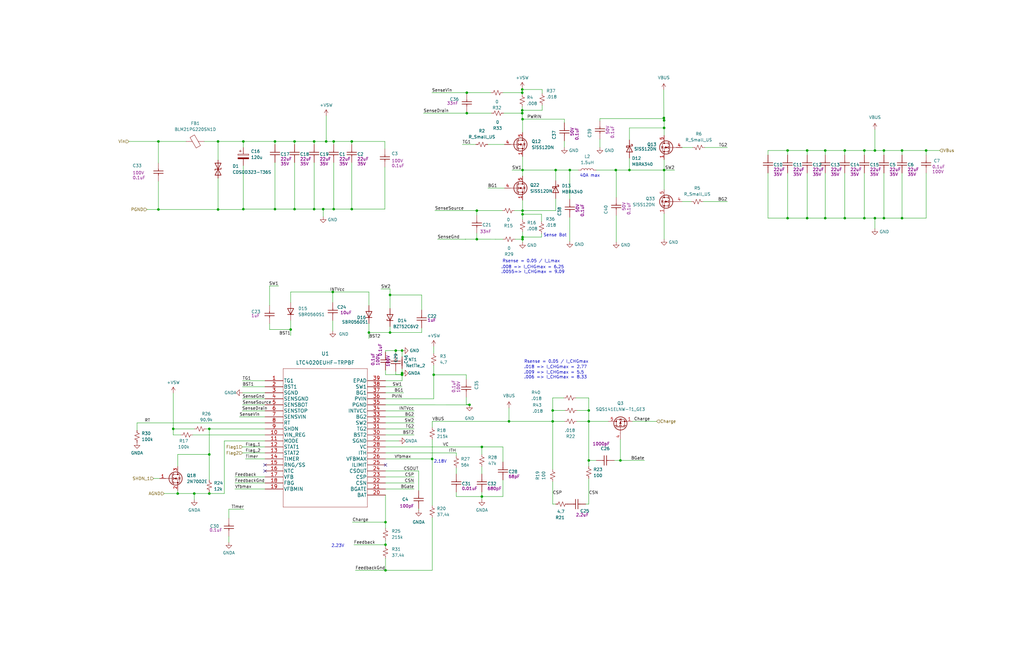
<source format=kicad_sch>
(kicad_sch (version 20230121) (generator eeschema)
  (paper "B")
  (title_block (title "Pass Through Charger") (date "2023-03-01") (rev "4") (company "SupplyNet") (comment 3 "R. Mercado") (comment 4 "Designed By:"))
  (junction (at 368.935 92.075))
  (junction (at 140.716 88.265))
  (junction (at 234.315 71.755))
  (junction (at 203.2 188.595))
  (junction (at 196.85 47.752))
  (junction (at 91.948 88.392))
  (junction (at 132.461 59.69))
  (junction (at 115.951 59.69))
  (junction (at 91.948 59.69))
  (junction (at 88.265 180.975))
  (junction (at 248.285 177.8))
  (junction (at 166.878 147.955))
  (junction (at 81.915 208.28))
  (junction (at 220.218 47.752))
  (junction (at 162.56 220.345))
  (junction (at 102.616 59.69))
  (junction (at 73.0367 180.975))
  (junction (at 203.2 209.55))
  (junction (at 169.545 158.115))
  (junction (at 220.218 39.116))
  (junction (at 347.98 92.075))
  (junction (at 169.545 157.48))
  (junction (at 115.951 88.265))
  (junction (at 220.345 100.965))
  (junction (at 220.218 37.7588))
  (junction (at 164.465 140.335))
  (junction (at 372.745 63.5))
  (junction (at 240.284 71.755))
  (junction (at 265.43 71.755))
  (junction (at 140.335 123.19))
  (junction (at 164.465 124.46))
  (junction (at 162.56 229.87))
  (junction (at 280.035 71.755))
  (junction (at 368.935 63.5))
  (junction (at 340.36 63.5))
  (junction (at 261.62 194.31))
  (junction (at 136.271 88.265))
  (junction (at 148.336 88.265))
  (junction (at 372.745 92.075))
  (junction (at 201.0737 88.9))
  (junction (at 356.235 63.5))
  (junction (at 364.49 63.5))
  (junction (at 88.265 191.77))
  (junction (at 220.345 71.755))
  (junction (at 197.9816 170.8265))
  (junction (at 155.575 140.335))
  (junction (at 102.616 88.265))
  (junction (at 162.56 240.665))
  (junction (at 66.802 59.69))
  (junction (at 280.035 50.8))
  (junction (at 124.206 88.265))
  (junction (at 132.461 88.265))
  (junction (at 182.88 158.1445))
  (junction (at 148.336 59.69))
  (junction (at 214.63 177.8))
  (junction (at 66.802 88.392))
  (junction (at 280.035 53.975))
  (junction (at 220.218 46.5612))
  (junction (at 364.49 92.075))
  (junction (at 182.245 193.675))
  (junction (at 248.285 194.31))
  (junction (at 169.545 147.955))
  (junction (at 233.045 173.228))
  (junction (at 380.365 92.075))
  (junction (at 390.525 63.5))
  (junction (at 74.93 208.28))
  (junction (at 347.98 63.5))
  (junction (at 124.206 59.69))
  (junction (at 122.555 139.065))
  (junction (at 332.105 92.075))
  (junction (at 259.6749 71.755))
  (junction (at 380.365 63.5))
  (junction (at 248.285 173.228))
  (junction (at 196.8464 39.116))
  (junction (at 140.716 59.69))
  (junction (at 233.045 177.8))
  (junction (at 88.265 208.28))
  (junction (at 201.0737 100.9587))
  (junction (at 332.105 63.5))
  (junction (at 356.235 92.075))
  (junction (at 279.959 49.784))
  (junction (at 137.541 59.69))
  (junction (at 340.36 92.075))
  (junction (at 169.545 158.0873))
  (junction (at 220.345 50.292))
  (junction (at 220.345 100.076))
  (junction (at 220.345 90.424))
  (junction (at 220.345 88.9))
  (no_connect (at 162.56 196.215))
  (no_connect (at 111.76 198.755))
  (no_connect (at 111.76 196.215))
  (wire (pts (xy 137.541 59.69) (xy 140.716 59.69)))
  (wire (pts (xy 174.625 203.835) (xy 162.56 203.835)))
  (wire (pts (xy 166.878 149.098) (xy 166.878 147.955)))
  (wire (pts (xy 291.465 85.09) (xy 287.655 85.09)))
  (wire (pts (xy 203.2 209.55) (xy 203.2 210.82)))
  (wire (pts (xy 340.36 92.075) (xy 347.98 92.075)))
  (wire (pts (xy 69.215 208.28) (xy 74.93 208.28)))
  (wire (pts (xy 332.105 63.5) (xy 340.36 63.5)))
  (wire (pts (xy 237.998 51.816) (xy 237.998 50.292)))
  (wire (pts (xy 168.275 186.055) (xy 162.56 186.055)))
  (wire (pts (xy 169.545 163.195) (xy 162.56 163.195)))
  (wire (pts (xy 174.625 206.375) (xy 162.56 206.375)))
  (wire (pts (xy 265.43 66.675) (xy 265.43 71.755)))
  (wire (pts (xy 169.545 147.955) (xy 169.545 150.495)))
  (wire (pts (xy 251.46 71.755) (xy 259.6749 71.755)))
  (wire (pts (xy 228.6 44.45) (xy 228.6 46.5612)))
  (wire (pts (xy 212.09 39.116) (xy 220.218 39.116)))
  (wire (pts (xy 368.935 92.075) (xy 368.935 96.52)))
  (wire (pts (xy 203.2 191.77) (xy 203.2 188.595)))
  (wire (pts (xy 169.545 157.48) (xy 169.545 158.0873)))
  (wire (pts (xy 54.356 59.69) (xy 66.802 59.69)))
  (wire (pts (xy 234.315 71.755) (xy 240.284 71.755)))
  (wire (pts (xy 169.545 158.115) (xy 169.545 160.655)))
  (wire (pts (xy 192.405 207.645) (xy 192.405 209.55)))
  (wire (pts (xy 102.235 191.135) (xy 111.76 191.135)))
  (wire (pts (xy 174.625 175.895) (xy 162.56 175.895)))
  (wire (pts (xy 102.616 69.85) (xy 102.616 88.265)))
  (wire (pts (xy 347.98 65.405) (xy 347.98 63.5)))
  (wire (pts (xy 192.405 192.405) (xy 192.405 191.135)))
  (wire (pts (xy 252.984 51.054) (xy 252.984 50.038)))
  (wire (pts (xy 215.9 71.755) (xy 220.345 71.755)))
  (wire (pts (xy 176.53 214.63) (xy 176.53 215.265)))
  (wire (pts (xy 124.206 59.69) (xy 124.206 60.96)))
  (wire (pts (xy 216.916 88.9) (xy 220.345 88.9)))
  (wire (pts (xy 197.9816 170.688) (xy 197.9816 170.8265)))
  (wire (pts (xy 237.998 62.23) (xy 237.998 59.436)))
  (wire (pts (xy 259.842 71.628) (xy 259.842 83.312)))
  (wire (pts (xy 96.52 226.314) (xy 96.52 228.854)))
  (wire (pts (xy 364.49 63.5) (xy 364.49 65.405)))
  (wire (pts (xy 73.0367 180.975) (xy 81.915 180.975)))
  (wire (pts (xy 220.345 66.04) (xy 220.345 71.755)))
  (wire (pts (xy 347.98 63.5) (xy 356.235 63.5)))
  (wire (pts (xy 177.8 130.81) (xy 177.8 124.46)))
  (wire (pts (xy 170.18 165.735) (xy 162.56 165.735)))
  (wire (pts (xy 182.245 185.42) (xy 182.245 193.675)))
  (wire (pts (xy 103.505 193.675) (xy 111.76 193.675)))
  (wire (pts (xy 61.976 88.392) (xy 66.802 88.392)))
  (wire (pts (xy 162.56 191.135) (xy 192.405 191.135)))
  (wire (pts (xy 66.802 59.69) (xy 78.486 59.69)))
  (wire (pts (xy 233.045 203.2) (xy 233.045 212.725)))
  (wire (pts (xy 182.245 180.34) (xy 182.245 177.8)))
  (wire (pts (xy 390.525 92.075) (xy 390.525 73.025)))
  (wire (pts (xy 212.09 194.945) (xy 212.09 188.595)))
  (wire (pts (xy 323.85 63.5) (xy 332.105 63.5)))
  (wire (pts (xy 196.8464 39.116) (xy 196.85 39.624)))
  (wire (pts (xy 102.616 59.69) (xy 115.951 59.69)))
  (wire (pts (xy 88.265 180.975) (xy 88.265 191.77)))
  (wire (pts (xy 122.555 139.065) (xy 122.555 135.255)))
  (wire (pts (xy 136.271 91.44) (xy 136.271 88.265)))
  (wire (pts (xy 122.555 141.605) (xy 122.555 139.065)))
  (wire (pts (xy 280.035 67.31) (xy 280.035 71.755)))
  (wire (pts (xy 73.025 180.975) (xy 73.025 183.515)))
  (wire (pts (xy 347.98 73.025) (xy 347.98 92.075)))
  (wire (pts (xy 265.43 71.755) (xy 280.035 71.755)))
  (wire (pts (xy 64.77 201.93) (xy 67.31 201.93)))
  (wire (pts (xy 372.745 63.5) (xy 380.365 63.5)))
  (wire (pts (xy 81.28 183.515) (xy 111.76 183.515)))
  (wire (pts (xy 233.045 177.8) (xy 214.63 177.8)))
  (wire (pts (xy 380.365 63.5) (xy 380.365 65.405)))
  (wire (pts (xy 73.025 180.975) (xy 73.0367 180.975)))
  (wire (pts (xy 220.345 100.076) (xy 220.345 100.965)))
  (wire (pts (xy 228.346 100.076) (xy 220.345 100.076)))
  (wire (pts (xy 182.88 148.336) (xy 182.8793 146.8906)))
  (wire (pts (xy 220.345 71.755) (xy 220.345 74.295)))
  (wire (pts (xy 323.85 65.405) (xy 323.85 63.5)))
  (wire (pts (xy 280.035 49.784) (xy 280.035 50.8)))
  (wire (pts (xy 220.218 47.752) (xy 220.218 50.292)))
  (wire (pts (xy 243.205 177.8) (xy 248.285 177.8)))
  (wire (pts (xy 102.235 165.735) (xy 111.76 165.735)))
  (wire (pts (xy 332.105 73.025) (xy 332.105 92.075)))
  (wire (pts (xy 174.625 173.355) (xy 162.56 173.355)))
  (wire (pts (xy 356.235 63.5) (xy 356.235 65.405)))
  (wire (pts (xy 166.878 158.0873) (xy 169.545 158.0873)))
  (wire (pts (xy 182.245 177.8) (xy 214.63 177.8)))
  (wire (pts (xy 162.56 222.885) (xy 162.56 220.345)))
  (wire (pts (xy 164.465 137.795) (xy 164.465 140.335)))
  (wire (pts (xy 261.62 194.31) (xy 271.78 194.31)))
  (wire (pts (xy 162.306 70.485) (xy 162.306 88.265)))
  (wire (pts (xy 102.235 168.275) (xy 111.76 168.275)))
  (wire (pts (xy 162.56 148.59) (xy 162.56 147.955)))
  (wire (pts (xy 201.0737 100.9587) (xy 208.915 100.965)))
  (wire (pts (xy 155.575 123.19) (xy 155.575 128.905)))
  (wire (pts (xy 259.6749 71.755) (xy 265.43 71.755)))
  (wire (pts (xy 137.5404 48.85) (xy 137.5404 58.375)))
  (wire (pts (xy 162.56 183.515) (xy 174.625 183.515)))
  (wire (pts (xy 234.315 212.725) (xy 233.045 212.725)))
  (wire (pts (xy 99.06 201.295) (xy 111.76 201.295)))
  (wire (pts (xy 201.0737 98.4187) (xy 201.0737 100.9587)))
  (wire (pts (xy 208.915 100.965) (xy 212.119 100.965)))
  (wire (pts (xy 196.596 170.688) (xy 197.9816 170.688)))
  (wire (pts (xy 220.218 37.2872) (xy 220.218 37.7588)))
  (wire (pts (xy 279.959 50.038) (xy 279.959 49.784)))
  (wire (pts (xy 162.56 188.595) (xy 203.2 188.595)))
  (wire (pts (xy 88.265 191.77) (xy 88.265 202.565)))
  (wire (pts (xy 162.56 168.275) (xy 182.88 168.275)))
  (wire (pts (xy 174.625 180.975) (xy 162.56 180.975)))
  (wire (pts (xy 203.2 196.85) (xy 203.2 200.025)))
  (wire (pts (xy 203.2 209.55) (xy 212.09 209.55)))
  (wire (pts (xy 196.596 160.02) (xy 196.596 158.1445)))
  (wire (pts (xy 248.285 173.228) (xy 248.285 177.8)))
  (wire (pts (xy 140.335 135.255) (xy 140.335 139.7)))
  (wire (pts (xy 364.49 92.075) (xy 368.935 92.075)))
  (wire (pts (xy 364.49 92.075) (xy 364.49 73.025)))
  (wire (pts (xy 220.345 88.9) (xy 220.345 90.424)))
  (wire (pts (xy 265.43 59.055) (xy 265.43 53.975)))
  (wire (pts (xy 91.948 59.69) (xy 102.616 59.69)))
  (wire (pts (xy 148.336 88.265) (xy 162.306 88.265)))
  (wire (pts (xy 66.802 76.454) (xy 66.802 88.392)))
  (wire (pts (xy 368.935 63.5) (xy 364.49 63.5)))
  (wire (pts (xy 99.06 206.375) (xy 111.76 206.375)))
  (wire (pts (xy 81.915 208.28) (xy 88.265 208.28)))
  (wire (pts (xy 196.209 100.9587) (xy 196.3033 100.9692)))
  (wire (pts (xy 74.93 191.77) (xy 88.265 191.77)))
  (wire (pts (xy 115.951 68.58) (xy 115.951 88.265)))
  (wire (pts (xy 233.045 177.8) (xy 233.045 198.12)))
  (wire (pts (xy 140.335 123.19) (xy 122.555 123.19)))
  (wire (pts (xy 280.035 53.975) (xy 280.035 57.15)))
  (wire (pts (xy 228.346 93.472) (xy 228.346 90.424)))
  (wire (pts (xy 100.965 175.895) (xy 111.76 175.895)))
  (wire (pts (xy 86.106 59.69) (xy 91.948 59.69)))
  (wire (pts (xy 113.665 136.525) (xy 113.665 139.065)))
  (wire (pts (xy 196.85 47.752) (xy 207.264 47.752)))
  (wire (pts (xy 265.43 53.975) (xy 280.035 53.975)))
  (wire (pts (xy 149.86 240.665) (xy 162.56 240.665)))
  (wire (pts (xy 94.615 186.055) (xy 111.76 186.055)))
  (wire (pts (xy 280.035 100.965) (xy 280.035 90.17)))
  (wire (pts (xy 196.8464 39.116) (xy 207.01 39.116)))
  (wire (pts (xy 220.345 84.455) (xy 220.345 88.9)))
  (wire (pts (xy 155.575 140.335) (xy 155.575 136.525)))
  (wire (pts (xy 390.525 65.405) (xy 390.525 63.5)))
  (wire (pts (xy 73.025 183.515) (xy 76.2 183.515)))
  (wire (pts (xy 201.0737 88.9) (xy 201.0737 90.7987)))
  (wire (pts (xy 155.575 140.335) (xy 164.465 140.335)))
  (wire (pts (xy 162.56 147.955) (xy 166.878 147.955)))
  (wire (pts (xy 102.235 188.595) (xy 111.76 188.595)))
  (wire (pts (xy 166.878 156.718) (xy 166.878 158.0873)))
  (wire (pts (xy 233.045 167.894) (xy 233.045 173.228)))
  (wire (pts (xy 372.745 63.5) (xy 372.745 65.405)))
  (wire (pts (xy 57.785 181.61) (xy 57.785 178.435)))
  (wire (pts (xy 115.951 88.265) (xy 102.616 88.265)))
  (wire (pts (xy 174.625 178.435) (xy 162.56 178.435)))
  (wire (pts (xy 287.655 62.23) (xy 292.1 62.23)))
  (wire (pts (xy 196.596 167.64) (xy 196.596 170.688)))
  (wire (pts (xy 217.199 100.965) (xy 220.345 100.965)))
  (wire (pts (xy 57.785 178.435) (xy 111.76 178.435)))
  (wire (pts (xy 94.615 208.28) (xy 88.265 208.28)))
  (wire (pts (xy 340.36 63.5) (xy 340.36 65.405)))
  (wire (pts (xy 122.555 139.065) (xy 113.665 139.065)))
  (wire (pts (xy 220.345 50.292) (xy 220.345 55.88)))
  (wire (pts (xy 279.959 49.784) (xy 280.035 50.8)))
  (wire (pts (xy 102.235 160.655) (xy 111.76 160.655)))
  (wire (pts (xy 332.105 63.5) (xy 332.105 65.405)))
  (wire (pts (xy 368.935 92.075) (xy 372.745 92.075)))
  (wire (pts (xy 132.461 59.69) (xy 132.461 60.96)))
  (wire (pts (xy 248.285 177.8) (xy 256.54 177.8)))
  (wire (pts (xy 237.744 167.894) (xy 233.045 167.894)))
  (wire (pts (xy 220.345 71.755) (xy 234.315 71.755)))
  (wire (pts (xy 259.842 90.932) (xy 259.842 102.108)))
  (wire (pts (xy 205.74 79.375) (xy 212.725 79.375)))
  (wire (pts (xy 238.125 177.8) (xy 233.045 177.8)))
  (wire (pts (xy 340.36 63.5) (xy 347.98 63.5)))
  (wire (pts (xy 177.8 138.43) (xy 177.8 140.335)))
  (wire (pts (xy 261.62 194.31) (xy 261.62 185.42)))
  (wire (pts (xy 182.88 149.098) (xy 182.88 148.336)))
  (wire (pts (xy 259.842 71.628) (xy 259.6749 71.755)))
  (wire (pts (xy 240.284 71.755) (xy 243.84 71.755)))
  (wire (pts (xy 174.625 201.295) (xy 162.56 201.295)))
  (wire (pts (xy 73.0758 165.8874) (xy 73.0758 179.5725)))
  (wire (pts (xy 102.235 170.815) (xy 111.76 170.815)))
  (wire (pts (xy 220.345 97.79) (xy 220.345 100.076)))
  (wire (pts (xy 233.045 173.228) (xy 233.045 177.8)))
  (wire (pts (xy 182.88 168.275) (xy 182.88 158.1445)))
  (wire (pts (xy 242.824 167.894) (xy 248.285 167.894)))
  (wire (pts (xy 248.285 177.8) (xy 248.285 194.31)))
  (wire (pts (xy 91.948 88.392) (xy 102.616 88.392)))
  (wire (pts (xy 96.52 214.884) (xy 102.87 214.884)))
  (wire (pts (xy 183.388 88.9) (xy 201.0737 88.9)))
  (wire (pts (xy 140.335 127.635) (xy 140.335 123.19)))
  (wire (pts (xy 136.271 88.265) (xy 132.461 88.265)))
  (wire (pts (xy 162.56 158.115) (xy 169.545 158.115)))
  (wire (pts (xy 248.285 212.725) (xy 248.285 201.93)))
  (wire (pts (xy 115.951 88.265) (xy 124.206 88.265)))
  (wire (pts (xy 182.245 218.44) (xy 182.245 240.665)))
  (wire (pts (xy 252.984 62.23) (xy 252.984 58.674)))
  (wire (pts (xy 91.948 67.564) (xy 91.948 59.69)))
  (wire (pts (xy 380.365 73.025) (xy 380.365 92.075)))
  (wire (pts (xy 228.6 46.5612) (xy 220.218 46.5612)))
  (wire (pts (xy 162.56 198.755) (xy 176.53 198.755)))
  (wire (pts (xy 356.235 63.5) (xy 364.49 63.5)))
  (wire (pts (xy 136.271 88.265) (xy 140.716 88.265)))
  (wire (pts (xy 137.5404 58.375) (xy 137.541 59.69)))
  (wire (pts (xy 234.315 88.9) (xy 234.315 83.82)))
  (wire (pts (xy 220.218 44.958) (xy 220.218 46.5612)))
  (wire (pts (xy 124.206 88.265) (xy 124.206 68.58)))
  (wire (pts (xy 192.405 197.485) (xy 192.405 200.025)))
  (wire (pts (xy 66.802 59.69) (xy 66.802 68.834)))
  (wire (pts (xy 124.206 59.69) (xy 132.461 59.69)))
  (wire (pts (xy 122.555 123.19) (xy 122.555 127.635)))
  (wire (pts (xy 177.8 124.46) (xy 164.465 124.46)))
  (wire (pts (xy 280.035 71.755) (xy 280.035 80.01)))
  (wire (pts (xy 132.461 88.265) (xy 132.461 68.58)))
  (wire (pts (xy 203.2 209.55) (xy 203.2 207.645)))
  (wire (pts (xy 332.105 92.075) (xy 340.36 92.075)))
  (wire (pts (xy 162.56 220.345) (xy 148.59 220.345)))
  (wire (pts (xy 81.915 210.82) (xy 81.915 208.28)))
  (wire (pts (xy 248.285 194.31) (xy 248.285 196.85)))
  (wire (pts (xy 192.405 209.55) (xy 203.2 209.55)))
  (wire (pts (xy 240.284 71.755) (xy 240.284 84.074)))
  (wire (pts (xy 220.345 100.965) (xy 220.345 102.235)))
  (wire (pts (xy 162.306 59.69) (xy 162.306 62.865)))
  (wire (pts (xy 196.85 47.752) (xy 196.85 47.244)))
  (wire (pts (xy 212.09 202.565) (xy 212.09 209.55)))
  (wire (pts (xy 113.665 128.905) (xy 113.665 120.65)))
  (wire (pts (xy 356.235 92.075) (xy 364.49 92.075)))
  (wire (pts (xy 201.0737 88.8937) (xy 201.0737 88.9)))
  (wire (pts (xy 323.85 73.025) (xy 323.85 92.075)))
  (wire (pts (xy 162.56 229.87) (xy 162.56 230.505)))
  (wire (pts (xy 169.545 158.0873) (xy 169.545 158.115)))
  (wire (pts (xy 102.616 59.69) (xy 102.616 62.23)))
  (wire (pts (xy 94.615 186.055) (xy 94.615 208.28)))
  (wire (pts (xy 228.6 39.37) (xy 228.6 37.7588)))
  (wire (pts (xy 347.98 92.075) (xy 356.235 92.075)))
  (wire (pts (xy 164.465 130.175) (xy 164.465 124.46)))
  (wire (pts (xy 162.56 193.675) (xy 182.245 193.675)))
  (wire (pts (xy 220.345 88.9) (xy 234.315 88.9)))
  (wire (pts (xy 356.235 92.075) (xy 356.235 73.025)))
  (wire (pts (xy 162.56 240.665) (xy 162.56 235.585)))
  (wire (pts (xy 164.465 124.46) (xy 164.465 121.92)))
  (wire (pts (xy 201.0737 100.9587) (xy 196.209 100.9587)))
  (wire (pts (xy 182.245 193.675) (xy 182.245 213.36)))
  (wire (pts (xy 243.332 173.228) (xy 248.285 173.228)))
  (wire (pts (xy 176.53 207.01) (xy 176.53 198.755)))
  (wire (pts (xy 99.06 203.835) (xy 111.76 203.835)))
  (wire (pts (xy 124.206 88.265) (xy 132.461 88.265)))
  (wire (pts (xy 177.8 140.335) (xy 164.465 140.335)))
  (wire (pts (xy 306.705 85.09) (xy 296.545 85.09)))
  (wire (pts (xy 140.716 88.265) (xy 148.336 88.265)))
  (wire (pts (xy 212.09 188.595) (xy 203.2 188.595)))
  (wire (pts (xy 220.218 39.116) (xy 220.218 39.878)))
  (wire (pts (xy 228.346 90.424) (xy 220.345 90.424)))
  (wire (pts (xy 169.545 155.575) (xy 169.545 157.48)))
  (wire (pts (xy 140.716 88.265) (xy 140.716 68.58)))
  (wire (pts (xy 91.948 75.184) (xy 91.948 88.392)))
  (wire (pts (xy 166.878 147.955) (xy 169.545 147.955)))
  (wire (pts (xy 182.118 39.116) (xy 196.8464 39.116)))
  (wire (pts (xy 162.56 220.345) (xy 162.56 208.915)))
  (wire (pts (xy 372.745 92.075) (xy 380.365 92.075)))
  (wire (pts (xy 279.908 37.846) (xy 279.959 49.784)))
  (wire (pts (xy 149.225 229.87) (xy 162.56 229.87)))
  (wire (pts (xy 164.465 121.92) (xy 160.655 121.92)))
  (wire (pts (xy 252.984 50.038) (xy 279.959 50.038)))
  (wire (pts (xy 86.995 180.975) (xy 88.265 180.975)))
  (wire (pts (xy 212.344 47.752) (xy 220.218 47.752)))
  (wire (pts (xy 240.284 101.854) (xy 240.284 91.694)))
  (wire (pts (xy 148.336 59.69) (xy 148.336 60.96)))
  (wire (pts (xy 248.285 194.31) (xy 251.46 194.31)))
  (wire (pts (xy 182.8793 146.8906) (xy 182.8793 146.177)))
  (wire (pts (xy 248.285 167.894) (xy 248.285 173.228)))
  (wire (pts (xy 259.08 194.31) (xy 261.62 194.31)))
  (wire (pts (xy 234.315 71.755) (xy 234.315 76.2)))
  (wire (pts (xy 148.336 59.69) (xy 162.306 59.69)))
  (wire (pts (xy 306.705 62.23) (xy 297.18 62.23)))
  (wire (pts (xy 205.74 60.96) (xy 212.725 60.96)))
  (wire (pts (xy 228.346 98.552) (xy 228.346 100.076)))
  (wire (pts (xy 182.88 154.178) (xy 182.88 158.1445)))
  (wire (pts (xy 155.575 123.19) (xy 140.335 123.19)))
  (wire (pts (xy 88.265 207.645) (xy 88.265 208.28)))
  (wire (pts (xy 88.265 180.975) (xy 111.76 180.975)))
  (wire (pts (xy 74.93 196.85) (xy 74.93 191.77)))
  (wire (pts (xy 194.945 60.96) (xy 200.66 60.96)))
  (wire (pts (xy 96.52 218.694) (xy 96.52 214.884)))
  (wire (pts (xy 140.716 59.69) (xy 148.336 59.69)))
  (wire (pts (xy 220.345 50.292) (xy 237.998 50.292)))
  (wire (pts (xy 184.5108 100.9692) (xy 196.3033 100.9692)))
  (wire (pts (xy 115.951 59.69) (xy 124.206 59.69)))
  (wire (pts (xy 368.935 54.61) (xy 368.935 63.5)))
  (wire (pts (xy 169.545 160.655) (xy 162.56 160.655)))
  (wire (pts (xy 162.56 240.665) (xy 182.245 240.665)))
  (wire (pts (xy 390.525 63.5) (xy 396.24 63.5)))
  (wire (pts (xy 102.235 163.195) (xy 111.76 163.195)))
  (wire (pts (xy 279.959 49.784) (xy 280.035 49.784)))
  (wire (pts (xy 132.461 59.69) (xy 137.541 59.69)))
  (wire (pts (xy 162.56 229.87) (xy 162.56 227.965)))
  (wire (pts (xy 155.575 142.875) (xy 155.575 140.335)))
  (wire (pts (xy 220.345 90.424) (xy 220.345 92.71)))
  (wire (pts (xy 380.365 63.5) (xy 390.525 63.5)))
  (wire (pts (xy 266.7 177.8) (xy 276.86 177.8)))
  (wire (pts (xy 148.336 68.58) (xy 148.336 88.265)))
  (wire (pts (xy 368.935 63.5) (xy 372.745 63.5)))
  (wire (pts (xy 220.218 50.292) (xy 220.345 50.292)))
  (wire (pts (xy 372.745 92.075) (xy 372.745 73.025)))
  (wire (pts (xy 220.218 46.5612) (xy 220.218 47.752)))
  (wire (pts (xy 214.63 172.085) (xy 214.63 177.8)))
  (wire (pts (xy 66.802 88.392) (xy 91.948 88.392)))
  (wire (pts (xy 178.562 47.752) (xy 196.85 47.752)))
  (wire (pts (xy 197.9816 170.8265) (xy 162.56 170.815)))
  (wire (pts (xy 102.616 88.392) (xy 102.616 88.265)))
  (wire (pts (xy 102.0675 173.3659) (xy 111.76 173.355)))
  (wire (pts (xy 196.596 158.1445) (xy 182.88 158.1445)))
  (wire (pts (xy 113.665 120.65) (xy 117.475 120.65)))
  (wire (pts (xy 220.218 37.7588) (xy 220.218 39.116)))
  (wire (pts (xy 323.85 92.075) (xy 332.105 92.075)))
  (wire (pts (xy 340.36 73.025) (xy 340.36 92.075)))
  (wire (pts (xy 162.56 156.21) (xy 162.56 158.115)))
  (wire (pts (xy 380.365 92.075) (xy 390.525 92.075)))
  (wire (pts (xy 115.951 60.96) (xy 115.951 59.69)))
  (wire (pts (xy 280.035 71.755) (xy 284.48 71.755)))
  (wire (pts (xy 74.93 208.28) (xy 81.915 208.28)))
  (wire (pts (xy 228.6 37.7588) (xy 220.218 37.7588)))
  (wire (pts (xy 238.252 173.228) (xy 233.045 173.228)))
  (wire (pts (xy 74.93 207.01) (xy 74.93 208.28)))
  (wire (pts (xy 140.716 59.69) (xy 140.716 60.96)))
  (wire (pts (xy 211.836 88.9) (xy 201.0737 88.9)))
  (wire (pts (xy 248.285 212.725) (xy 247.015 212.725)))
  (wire (pts (xy 73.0758 179.5725) (xy 73.0367 180.975)))
  (wire (pts (xy 280.035 50.8) (xy 280.035 53.975)))
  (text ".018 => I_CHGmax = 2.77\n" (at 220.98 155.702 0) (effects (font (size 1.27 1.27)) (justify left bottom)))
  (text "2.18V\n" (at 182.88 195.58 0) (effects (font (size 1.27 1.27)) (justify left bottom)))
  (text "Rsense = 0.05 / I_Lmax" (at 211.836 110.998 0) (effects (font (size 1.27 1.27)) (justify left bottom)))
  (text ".008 => I_CHGmax = 6.25\n.0055=> I_CHGmax = 9.09\n\n" (at 211.328 117.602 0) (effects (font (size 1.27 1.27)) (justify left bottom)))
  (text "Sense Bot\n" (at 229.108 100.076 0) (effects (font (size 1.27 1.27)) (justify left bottom)))
  (text ".006 => I_CHGmax = 8.33\n\n" (at 220.98 162.052 0) (effects (font (size 1.27 1.27)) (justify left bottom)))
  (text "Rsense = 0.05 / I_CHGmax\n" (at 220.98 153.416 0) (effects (font (size 1.27 1.27)) (justify left bottom)))
  (text ".009 => I_CHGmax = 5.5\n\n" (at 220.98 160.02 0) (effects (font (size 1.27 1.27)) (justify left bottom)))
  (text "2.23V\n" (at 139.7 231.14 0) (effects (font (size 1.27 1.27)) (justify left bottom)))
  (text "40A max\n" (at 244.475 74.93 0) (effects (font (size 1.27 1.27)) (justify left bottom)))
  (label "SW2" (at 174.625 178.435 180))
  (label "BST1" (at 102.235 163.195 0))
  (label "SenseGnd" (at 102.235 168.275 0))
  (label "Feedback" (at 149.225 229.87 0))
  (label "BG1" (at 170.18 165.735 180))
  (label "Timer" (at 102.87 214.884 180))
  (label "CSP" (at 233.045 208.915 0))
  (label "SenseSource" (at 102.235 170.815 0))
  (label "SW1" (at 169.545 163.195 180))
  (label "BST2" (at 174.625 183.515 180))
  (label "TG1" (at 102.235 160.655 0))
  (label "Timer" (at 103.505 193.675 0))
  (label "FeedbackGnd" (at 99.06 203.835 0))
  (label "BG1" (at 205.74 79.375 0))
  (label "SW2" (at 284.48 71.755 180))
  (label "Vfbmax" (at 99.06 206.375 0))
  (label "SenseGnd" (at 184.5108 100.9692 0))
  (label "SW1" (at 215.9 71.755 0))
  (label "BGate" (at 174.625 206.375 180))
  (label "CSP" (at 174.625 201.295 180))
  (label "Flag_2" (at 103.505 191.135 0))
  (label "BG2" (at 306.705 85.09 180))
  (label "BST1" (at 122.555 141.605 180))
  (label "PWRIN" (at 222.25 50.292 0))
  (label "TG2" (at 174.625 180.975 180))
  (label "Flag_1" (at 103.505 188.595 0))
  (label "BST2" (at 155.575 142.875 0))
  (label "INTVcc" (at 139.065 123.19 0))
  (label "RT" (at 60.96 178.435 0))
  (label "SenseDrain" (at 178.562 47.752 0))
  (label "CSN" (at 248.285 208.915 0))
  (label "SW2" (at 160.655 121.92 0))
  (label "SenseDrain" (at 102.0675 173.3659 0))
  (label "PVIN" (at 165.1 168.275 0))
  (label "CSN" (at 174.625 203.835 180))
  (label "Charge" (at 148.59 220.345 0))
  (label "SenseVin" (at 182.118 39.116 0))
  (label "VC" (at 186.69 188.595 0))
  (label "FeedbackGnd" (at 149.86 240.665 0))
  (label "VBUS" (at 182.245 177.8 0))
  (label "Charge" (at 267.335 177.8 0))
  (label "ITH" (at 189.23 191.135 0))
  (label "INTVcc" (at 174.625 173.355 180))
  (label "Feedback" (at 99.06 201.295 0))
  (label "BGate" (at 271.78 194.31 180))
  (label "SW1" (at 117.475 120.65 180))
  (label "SenseVin" (at 100.965 175.895 0))
  (label "TG1" (at 194.945 60.96 0))
  (label "BG2" (at 174.625 175.895 180))
  (label "Vfbmax" (at 173.355 193.675 180))
  (label "CSOUT" (at 170.18 198.755 0))
  (label "TG2" (at 306.705 62.23 180))
  (label "SenseSource" (at 183.388 88.9 0))
  (hierarchical_label "Flag2" (shape input) (at 102.235 191.135 180))
  (hierarchical_label "Charge" (shape input) (at 276.86 177.8 0))
  (hierarchical_label "AGND" (shape input) (at 69.215 208.28 180))
  (hierarchical_label "VBus" (shape input) (at 396.24 63.5 0))
  (hierarchical_label "PGND" (shape input) (at 61.976 88.392 180))
  (hierarchical_label "Flag1" (shape input) (at 102.235 188.595 180))
  (hierarchical_label "Vin" (shape input) (at 54.356 59.69 180))
  (hierarchical_label "SHDN_1" (shape input) (at 64.77 201.93 180))
  (symbol (lib_id "power:VBUS") (at 279.908 37.846 0) (mirror y) (unit 1)
    (property "Reference" "#PWR0107" (effects hide))
    (property "Value" "VBUS" (at 279.908 32.766 0))
  )
  (symbol (lib_id "BCU_AltiumImport-altium-import:0_Cap") (at 162.56 148.59 0) (unit 1)
    (property "Reference" "C29" (at 167.64 153.035 90) (effects (justify left bottom)))
    (property "Value" "0.1uF" (effects hide))
    (property "Footprint" "Capacitor_SMD:C_0603_1608Metric" (effects hide))
    (property "DIELECTRIC" "X7R" (effects hide))
    (property "CAPACITANCE" "0.1uF" (at 157.988 154.305 90) (effects (justify left bottom)))
    (property "VOLTAGE" "100V" (at 160.02 154.305 90) (effects (justify left bottom)))
    (property "IDENTIFIER" "0.1uF 100V +/-5% 0603" (effects hide))
    (property "MANUFACTURER" "Vishay/Vitramon" (effects hide))
    (property "MANUFACTURER 2" "AVX" (effects hide))
    (property "MANUFACTURER PARTNO 2" "12062C104JAT2A" (effects hide))
    (property "PRESSURE VERIFIED" "12000" (effects hide))
    (property "DATE CHECKED" "12/17/2019" (effects hide))
    (property "DATE VERIFIED" "12/17/2019" (effects hide))
    (property "TOLERANCE" "+/-5%" (effects hide))
    (property "MOUNTING TECHNOLOGY" "SMT" (effects hide))
    (property "ROHS" "YES" (effects hide))
    (property "DO NOT POPULATE" "DNP" (effects hide))
    (property "PACKAGE" "1206" (effects hide))
    (property "POLAR" "No" (effects hide))
    (property "HELPURL" "https://www.mouser.com/datasheet/2/427/vjw1bcbascomseries-223529.pdf" (effects hide))
  )
  (symbol (lib_id "power:GNDA") (at 176.53 215.265 0) (unit 1)
    (property "Reference" "#PWR0122" (effects hide))
    (property "Value" "GNDA" (at 176.53 220.345 0))
  )
  (symbol (lib_id "Device:R_Small_US") (at 214.376 88.9 90) (unit 1)
    (property "Reference" "R15" (at 214.376 95.25 90))
    (property "Value" "0" (at 214.376 92.71 90))
    (property "Footprint" "Capacitor_SMD:C_0402_1005Metric" (effects hide))
  )
  (symbol (lib_id "BCU_AltiumImport-altium-import:0_Cap") (at 132.461 60.96 0) (unit 1)
    (property "Reference" "C19" (at 134.747 65.786 0) (effects (justify left bottom)))
    (property "Value" "22uF" (effects hide))
    (property "Footprint" "Capacitor_SMD:C_1206_3216Metric" (effects hide))
    (property "MANUFACTURER PARTNO" "C3216JB1V226M160AC" (effects hide))
    (property "DIELECTRIC" "X7R" (effects hide))
    (property "CAPACITANCE" "22uF" (at 134.747 67.818 0) (effects (justify left bottom)))
    (property "VOLTAGE" "35V" (at 134.747 69.85 0) (effects (justify left bottom)))
    (property "IDENTIFIER" "22uF 35V +/-20% 1206" (effects hide))
    (property "MANUFACTURER" "TDK" (effects hide))
    (property "TOLERANCE" "20%" (effects hide))
    (property "PACKAGE" "1206" (effects hide))
  )
  (symbol (lib_id "BCU_AltiumImport-altium-import:0_Cap") (at 140.716 60.96 0) (unit 1)
    (property "Reference" "C1" (at 143.002 65.786 0) (effects (justify left bottom)))
    (property "Value" "22uF" (effects hide))
    (property "Footprint" "Capacitor_SMD:C_1206_3216Metric" (effects hide))
    (property "MANUFACTURER PARTNO" "C3216JB1V226M160AC" (effects hide))
    (property "DIELECTRIC" "X7R" (effects hide))
    (property "CAPACITANCE" "22uF" (at 143.002 67.818 0) (effects (justify left bottom)))
    (property "VOLTAGE" "35V" (at 143.002 69.85 0) (effects (justify left bottom)))
    (property "IDENTIFIER" "22uF 35V +/-20% 1206" (effects hide))
    (property "MANUFACTURER" "TDK" (effects hide))
    (property "TOLERANCE" "20%" (effects hide))
    (property "PACKAGE" "1206" (effects hide))
  )
  (symbol (lib_id "power:GND") (at 136.271 91.44 0) (unit 1)
    (property "Reference" "#PWR0110" (effects hide))
    (property "Value" "GND" (at 138.176 92.7099 0) (effects (justify left)))
  )
  (symbol (lib_id "Device:R_Small_US") (at 214.659 100.965 90) (unit 1)
    (property "Reference" "R29" (at 214.659 107.315 90))
    (property "Value" "0" (at 214.659 104.775 90))
    (property "Footprint" "Capacitor_SMD:C_0402_1005Metric" (effects hide))
  )
  (symbol (lib_id "power:GND") (at 252.984 62.23 0) (unit 1)
    (property "Reference" "#PWR0157" (effects hide))
    (property "Value" "GND" (at 254.889 63.4999 0) (effects (justify left)))
  )
  (symbol (lib_id "power:GNDA") (at 169.545 157.48 90) (unit 1)
    (property "Reference" "#PWR0118" (effects hide))
    (property "Value" "GNDA" (at 174.625 157.48 90))
  )
  (symbol (lib_id "Device:R_Small_US") (at 203.2 60.96 90) (unit 1)
    (property "Reference" "R2" (at 203.2 55.245 90))
    (property "Value" "R_Small_US" (at 203.2 57.785 90))
    (property "Footprint" "Resistor_SMD:R_0402_1005Metric" (effects hide))
  )
  (symbol (lib_id "BCU_AltiumImport-altium-import:0_Cap") (at 115.951 60.96 0) (unit 1)
    (property "Reference" "C17" (at 118.237 65.786 0) (effects (justify left bottom)))
    (property "Value" "22uF" (effects hide))
    (property "Footprint" "Capacitor_SMD:C_1206_3216Metric" (effects hide))
    (property "MANUFACTURER PARTNO" "C3216JB1V226M160AC" (effects hide))
    (property "DIELECTRIC" "X7R" (effects hide))
    (property "CAPACITANCE" "22uF" (at 118.237 67.818 0) (effects (justify left bottom)))
    (property "VOLTAGE" "35V" (at 118.237 69.85 0) (effects (justify left bottom)))
    (property "IDENTIFIER" "22uF 35V +/-20% 1206" (effects hide))
    (property "MANUFACTURER" "TDK" (effects hide))
    (property "TOLERANCE" "20%" (effects hide))
    (property "PACKAGE" "1206" (effects hide))
  )
  (symbol (lib_id "Device:R_Small_US") (at 228.346 96.012 180) (unit 1)
    (property "Reference" "R36" (at 230.124 92.456 0) (effects (justify right)))
    (property "Value" ".018" (at 230.124 94.996 0) (effects (justify right)))
    (property "Footprint" "Resistor_SMD:R_2512_6332Metric" (effects hide))
  )
  (symbol (lib_id "BCU_AltiumImport-altium-import:0_Cap") (at 113.665 136.525 180) (unit 1)
    (property "Reference" "C23" (at 109.855 130.81 0) (effects (justify left bottom)))
    (property "Value" "1uF" (effects hide))
    (property "Footprint" "Capacitor_SMD:C_0603_1608Metric" (effects hide))
    (property "CAPACITANCE" "1uF" (at 109.601 132.461 0) (effects (justify left bottom)))
    (property "PACKAGE" "0603" (effects hide))
  )
  (symbol (lib_id "Device:R_Small_US") (at 248.285 199.39 180) (unit 1)
    (property "Reference" "R23" (at 250.19 198.1199 0) (effects (justify right)))
    (property "Value" "100" (at 250.19 200.6599 0) (effects (justify right)))
    (property "Footprint" "Capacitor_SMD:C_0402_1005Metric" (effects hide))
  )
  (symbol (lib_id "power:GND") (at 259.842 102.108 0) (unit 1)
    (property "Reference" "#PWR0121" (effects hide))
    (property "Value" "GND" (at 261.747 103.3779 0) (effects (justify left)))
  )
  (symbol (lib_id "BCU_AltiumImport-altium-import:0_Cap") (at 356.235 65.405 0) (unit 1)
    (property "Reference" "C14" (at 358.521 70.231 0) (effects (justify left bottom)))
    (property "Value" "22uF" (effects hide))
    (property "Footprint" "Capacitor_SMD:C_1206_3216Metric" (effects hide))
    (property "MANUFACTURER PARTNO" "C3216JB1V226M160AC" (effects hide))
    (property "DIELECTRIC" "X7R" (effects hide))
    (property "CAPACITANCE" "22uF" (at 358.521 72.263 0) (effects (justify left bottom)))
    (property "VOLTAGE" "35V" (at 358.521 74.295 0) (effects (justify left bottom)))
    (property "IDENTIFIER" "22uF 35V +/-20% 1206" (effects hide))
    (property "MANUFACTURER" "TDK" (effects hide))
    (property "TOLERANCE" "20%" (effects hide))
    (property "PACKAGE" "1206" (effects hide))
  )
  (symbol (lib_id "Regulator_Switching:LTC4020EUHF-TRPBF") (at 111.76 160.655 0) (unit 1)
    (property "Reference" "U1" (at 137.16 149.225 0) (effects (font (size 1.524 1.524))))
    (property "Value" "LTC4020EUHF-TRPBF" (at 137.16 153.035 0) (effects (font (size 1.524 1.524))))
    (property "Footprint" "Package_DFN_QFN:LTC4020EUHF-TRPBF" (effects hide))
  )
  (symbol (lib_id "Transistor_FET:SiSS12DN") (at 217.805 60.96 0) (unit 1)
    (property "Reference" "Q12" (at 224.155 59.6899 0) (effects (justify left)))
    (property "Value" "SiSS12DN" (at 224.155 62.2299 0) (effects (justify left)))
    (property "Footprint" "Package_SO:Vishay_PowerPAK_1212-8_Single" (effects hide))
    (property "Datasheet" "https://www.mouser.com/datasheet/2/427/siss12dn-1761588.pdf" (effects hide))
  )
  (symbol (lib_id "BCU_AltiumImport-altium-import:0_Cap") (at 196.85 47.244 180) (unit 1)
    (property "Reference" "C36" (at 193.548 41.148 0) (effects (justify left bottom)))
    (property "Value" "33nF" (effects hide))
    (property "Footprint" "Capacitor_SMD:C_0402_1005Metric" (effects hide))
    (property "CAPACITANCE" "33nF" (at 193.294 42.799 0) (effects (justify left bottom)))
    (property "PACKAGE" "0603" (effects hide))
  )
  (symbol (lib_id "Device:R_Small_US") (at 57.785 184.15 0) (unit 1)
    (property "Reference" "R30" (at 59.69 182.8799 0) (effects (justify left)))
    (property "Value" "100k" (at 59.69 185.4199 0) (effects (justify left)))
    (property "Footprint" "Resistor_SMD:R_0402_1005Metric" (effects hide))
  )
  (symbol (lib_id "Diode:MBRA340") (at 265.43 62.865 270) (unit 1)
    (property "Reference" "D12" (at 266.446 66.802 90) (effects (justify left)))
    (property "Value" "MBRA340" (at 266.446 69.342 90) (effects (justify left)))
    (property "Footprint" "Diode_SMD:D_SMA" (effects hide))
    (property "Datasheet" "https://www.onsemi.com/pub/Collateral/MBRA340T3-D.PDF" (effects hide))
  )
  (symbol (lib_id "power:+VSW") (at 220.218 37.2872 0) (unit 1)
    (property "Reference" "#PWR0135" (effects hide))
    (property "Value" "+VSW" (at 220.218 32.8061 0))
  )
  (symbol (lib_id "Diode:MBRA340") (at 234.315 80.01 270) (unit 1)
    (property "Reference" "D13" (at 236.855 78.4224 90) (effects (justify left)))
    (property "Value" "MBRA340" (at 236.855 80.9624 90) (effects (justify left)))
    (property "Footprint" "Diode_SMD:D_SMA" (effects hide))
    (property "Datasheet" "https://www.onsemi.com/pub/Collateral/MBRA340T3-D.PDF" (effects hide))
  )
  (symbol (lib_id "BCU_AltiumImport-altium-import:0_Cap") (at 332.105 65.405 0) (unit 1)
    (property "Reference" "C11" (at 334.391 70.231 0) (effects (justify left bottom)))
    (property "Value" "22uF" (effects hide))
    (property "Footprint" "Capacitor_SMD:C_1206_3216Metric" (effects hide))
    (property "MANUFACTURER PARTNO" "C3216JB1V226M160AC" (effects hide))
    (property "DIELECTRIC" "X7R" (effects hide))
    (property "CAPACITANCE" "22uF" (at 334.391 72.263 0) (effects (justify left bottom)))
    (property "VOLTAGE" "35V" (at 334.391 74.295 0) (effects (justify left bottom)))
    (property "IDENTIFIER" "22uF 35V +/-20% 1206" (effects hide))
    (property "MANUFACTURER" "TDK" (effects hide))
    (property "TOLERANCE" "20%" (effects hide))
    (property "PACKAGE" "1206" (effects hide))
  )
  (symbol (lib_id "BCU_AltiumImport-altium-import:0_Cap") (at 201.0737 90.7987 0) (unit 1)
    (property "Reference" "C21" (at 203.3597 95.6247 0) (effects (justify left bottom)))
    (property "Value" "33nF" (effects hide))
    (property "Footprint" "Capacitor_SMD:C_0402_1005Metric" (effects hide))
    (property "CAPACITANCE" "33nF" (at 202.3437 98.4187 0) (effects (justify left bottom)))
    (property "PACKAGE" "0603" (effects hide))
  )
  (symbol (lib_id "Transistor_FET:SQS141ELNW-T1_GE3") (at 261.62 180.34 270) (mirror x) (unit 1)
    (property "Reference" "Q3" (at 261.62 170.18 90))
    (property "Value" "SQS141ELNW-T1_GE3" (at 261.62 172.72 90))
    (property "Footprint" "Package_SO:Vishay_PowerPAK_1212-8_Single" (effects hide))
    (property "Datasheet" "https://www.vishay.com/docs/62033/sqs141elnw.pdf" (effects hide))
  )
  (symbol (lib_id "Device:R_Small_US") (at 192.405 194.945 180) (unit 1)
    (property "Reference" "R27" (at 194.31 193.6749 0) (effects (justify right)))
    (property "Value" "56k" (at 194.31 196.2149 0) (effects (justify right)))
    (property "Footprint" "Resistor_SMD:R_0603_1608Metric" (effects hide))
  )
  (symbol (lib_id "Diode:BZT52Bxx") (at 164.465 133.985 90) (unit 1)
    (property "Reference" "D14" (at 167.64 135.255 90) (effects (justify right)))
    (property "Value" "BZT52C6V2" (at 165.735 137.795 90) (effects (justify right)))
    (property "Footprint" "Diode_SMD:D_SOD-123F" (effects hide))
    (property "Datasheet" "https://diotec.com/tl_files/diotec/files/pdf/datasheets/bzt52b2v4.pdf" (effects hide))
  )
  (symbol (lib_id "power:GND") (at 140.335 139.7 0) (unit 1)
    (property "Reference" "#PWR0108" (effects hide))
    (property "Value" "GND" (at 142.875 140.9699 0) (effects (justify left)))
  )
  (symbol (lib_id "power:GND") (at 240.284 101.854 0) (unit 1)
    (property "Reference" "#PWR0155" (effects hide))
    (property "Value" "GND" (at 242.189 103.1239 0) (effects (justify left)))
  )
  (symbol (lib_id "Transistor_FET:SiSS12DN") (at 217.805 79.375 0) (unit 1)
    (property "Reference" "Q22" (at 223.52 78.1049 0) (effects (justify left)))
    (property "Value" "SiSS12DN" (at 223.52 80.6449 0) (effects (justify left)))
    (property "Footprint" "Package_SO:Vishay_PowerPAK_1212-8_Single" (effects hide))
    (property "Datasheet" "https://www.mouser.com/datasheet/2/427/siss12dn-1761588.pdf" (effects hide))
  )
  (symbol (lib_id "power:GNDA") (at 57.785 186.69 0) (unit 1)
    (property "Reference" "#PWR0120" (effects hide))
    (property "Value" "GNDA" (at 57.785 191.135 0))
  )
  (symbol (lib_id "Diode:1N4148W") (at 155.575 132.715 90) (unit 1)
    (property "Reference" "D16" (at 150.495 133.985 90) (effects (justify right)))
    (property "Value" "SBR0560S1" (at 144.145 135.89 90) (effects (justify right)))
    (property "Footprint" "Diode_SMD:D_SOD-123" (effects hide))
    (property "Datasheet" "https://www.vishay.com/docs/85748/1n4148w.pdf" (effects hide))
  )
  (symbol (lib_id "Device:R_Small_US") (at 162.56 225.425 180) (unit 1)
    (property "Reference" "R25" (at 165.1 224.1549 0) (effects (justify right)))
    (property "Value" "215k" (at 165.1 226.6949 0) (effects (justify right)))
    (property "Footprint" "Resistor_SMD:R_0402_1005Metric" (effects hide))
  )
  (symbol (lib_id "BCU_AltiumImport-altium-import:0_Cap") (at 176.53 207.01 0) (unit 1)
    (property "Reference" "C4" (at 169.545 211.455 0) (effects (justify left bottom)))
    (property "Value" "100pF" (effects hide))
    (property "Footprint" "Capacitor_SMD:C_0402_1005Metric" (effects hide))
    (property "CAPACITANCE" "100pF" (at 168.529 214.249 0) (effects (justify left bottom)))
    (property "PACKAGE" "0603" (effects hide))
  )
  (symbol (lib_id "BCU_AltiumImport-altium-import:0_Cap") (at 148.336 60.96 0) (unit 1)
    (property "Reference" "C2" (at 150.622 65.786 0) (effects (justify left bottom)))
    (property "Value" "22uF" (effects hide))
    (property "Footprint" "Capacitor_SMD:C_1206_3216Metric" (effects hide))
    (property "MANUFACTURER PARTNO" "C3216JB1V226M160AC" (effects hide))
    (property "DIELECTRIC" "X7R" (effects hide))
    (property "CAPACITANCE" "22uF" (at 150.622 67.818 0) (effects (justify left bottom)))
    (property "VOLTAGE" "35V" (at 150.622 69.85 0) (effects (justify left bottom)))
    (property "IDENTIFIER" "22uF 35V +/-20% 1206" (effects hide))
    (property "MANUFACTURER" "TDK" (effects hide))
    (property "TOLERANCE" "20%" (effects hide))
    (property "PACKAGE" "1206" (effects hide))
  )
  (symbol (lib_id "Device:FerriteBead") (at 82.296 59.69 270) (mirror x) (unit 1)
    (property "Reference" "FB1" (at 82.3468 52.07 90))
    (property "Value" "BLM21PG220SN1D" (at 82.3468 54.61 90))
    (property "Footprint" "Inductor_SMD:L_0805_2012Metric" (effects hide))
  )
  (symbol (lib_id "BCU_AltiumImport-altium-import:0_Cap") (at 212.09 194.945 0) (unit 1)
    (property "Reference" "C28" (at 214.376 199.771 0) (effects (justify left bottom)))
    (property "Value" "68pF" (effects hide))
    (property "Footprint" "Capacitor_SMD:C_0603_1608Metric" (effects hide))
    (property "CAPACITANCE" "68pF" (at 214.376 201.803 0) (effects (justify left bottom)))
    (property "PACKAGE" "0603" (effects hide))
  )
  (symbol (lib_id "power:GND") (at 169.545 147.955 90) (unit 1)
    (property "Reference" "#PWR0117" (effects hide))
    (property "Value" "GND" (at 172.72 147.9549 90) (effects (justify right)))
  )
  (symbol (lib_id "Diode:1N4148W") (at 122.555 131.445 90) (unit 1)
    (property "Reference" "D15" (at 125.73 130.1749 90) (effects (justify right)))
    (property "Value" "SBR0560S1" (at 125.73 132.7149 90) (effects (justify right)))
    (property "Footprint" "Diode_SMD:D_SOD-123" (effects hide))
    (property "Datasheet" "https://www.vishay.com/docs/85748/1n4148w.pdf" (effects hide))
  )
  (symbol (lib_id "BCU_AltiumImport-altium-import:0_Cap") (at 96.52 218.694 0) (unit 1)
    (property "Reference" "C30" (at 88.519 222.758 0) (effects (justify left bottom)))
    (property "Value" "2.2uF" (effects hide))
    (property "Footprint" "Resistor_SMD:R_0402_1005Metric" (effects hide))
    (property "CAPACITANCE" "0.1uF" (at 88.265 224.409 0) (effects (justify left bottom)))
    (property "PACKAGE" "0603" (effects hide))
  )
  (symbol (lib_id "BCU_AltiumImport-altium-import:0_Cap") (at 380.365 65.405 0) (unit 1)
    (property "Reference" "C6" (at 382.651 70.231 0) (effects (justify left bottom)))
    (property "Value" "22uF" (effects hide))
    (property "Footprint" "Capacitor_SMD:C_1206_3216Metric" (effects hide))
    (property "MANUFACTURER PARTNO" "C3216JB1V226M160AC" (effects hide))
    (property "DIELECTRIC" "X7R" (effects hide))
    (property "CAPACITANCE" "22uF" (at 382.651 72.263 0) (effects (justify left bottom)))
    (property "VOLTAGE" "35V" (at 382.651 74.295 0) (effects (justify left bottom)))
    (property "IDENTIFIER" "22uF 35V +/-20% 1206" (effects hide))
    (property "MANUFACTURER" "TDK" (effects hide))
    (property "TOLERANCE" "20%" (effects hide))
    (property "PACKAGE" "1206" (effects hide))
  )
  (symbol (lib_id "Device:NetTie_2") (at 169.545 153.035 270) (unit 1)
    (property "Reference" "NT1" (at 173.99 151.765 90))
    (property "Value" "NetTie_2" (at 175.26 154.305 90))
    (property "Footprint" "NetTie:NetTie-2_SMD_Pad0.5mm" (effects hide))
  )
  (symbol (lib_id "BCU_AltiumImport-altium-import:0_Cap") (at 364.49 65.405 0) (unit 1)
    (property "Reference" "C15" (at 366.776 70.231 0) (effects (justify left bottom)))
    (property "Value" "22uF" (effects hide))
    (property "Footprint" "Capacitor_SMD:C_1206_3216Metric" (effects hide))
    (property "MANUFACTURER PARTNO" "C3216JB1V226M160AC" (effects hide))
    (property "DIELECTRIC" "X7R" (effects hide))
    (property "CAPACITANCE" "22uF" (at 366.776 72.263 0) (effects (justify left bottom)))
    (property "VOLTAGE" "35V" (at 366.776 74.295 0) (effects (justify left bottom)))
    (property "IDENTIFIER" "22uF 35V +/-20% 1206" (effects hide))
    (property "MANUFACTURER" "TDK" (effects hide))
    (property "TOLERANCE" "20%" (effects hide))
    (property "PACKAGE" "1206" (effects hide))
  )
  (symbol (lib_id "BCU_AltiumImport-altium-import:0_Cap") (at 66.802 68.834 0) (unit 1)
    (property "Reference" "C33" (at 55.88 70.612 0) (effects (justify left bottom)))
    (property "Value" "0.1uF" (effects hide))
    (property "Footprint" "Capacitor_SMD:C_0603_1608Metric" (effects hide))
    (property "DIELECTRIC" "X7R" (effects hide))
    (property "CAPACITANCE" "0.1uF" (at 55.88 75.692 0) (effects (justify left bottom)))
    (property "VOLTAGE" "100V" (at 55.88 73.66 0) (effects (justify left bottom)))
    (property "IDENTIFIER" "0.1uF 100V +/-5% 0603" (effects hide))
    (property "MANUFACTURER" "Vishay/Vitramon" (effects hide))
    (property "MANUFACTURER 2" "AVX" (effects hide))
    (property "MANUFACTURER PARTNO 2" "12062C104JAT2A" (effects hide))
    (property "PRESSURE VERIFIED" "12000" (effects hide))
    (property "DATE CHECKED" "12/17/2019" (effects hide))
    (property "DATE VERIFIED" "12/17/2019" (effects hide))
    (property "TOLERANCE" "+/-5%" (effects hide))
    (property "MOUNTING TECHNOLOGY" "SMT" (effects hide))
    (property "ROHS" "YES" (effects hide))
    (property "DO NOT POPULATE" "DNP" (effects hide))
    (property "PACKAGE" "1206" (effects hide))
    (property "POLAR" "No" (effects hide))
    (property "HELPURL" "https://www.mouser.com/datasheet/2/427/vjw1bcbascomseries-223529.pdf" (effects hide))
  )
  (symbol (lib_id "BCU_AltiumImport-altium-import:0_Cap") (at 323.85 65.405 0) (unit 1)
    (property "Reference" "C10" (at 326.136 70.231 0) (effects (justify left bottom)))
    (property "Value" "22uF" (effects hide))
    (property "Footprint" "Capacitor_SMD:C_1206_3216Metric" (effects hide))
    (property "MANUFACTURER PARTNO" "C3216JB1V226M160AC" (effects hide))
    (property "DIELECTRIC" "X7R" (effects hide))
    (property "CAPACITANCE" "22uF" (at 326.136 72.263 0) (effects (justify left bottom)))
    (property "VOLTAGE" "35V" (at 326.136 74.295 0) (effects (justify left bottom)))
    (property "IDENTIFIER" "22uF 35V +/-20% 1206" (effects hide))
    (property "MANUFACTURER" "TDK" (effects hide))
    (property "TOLERANCE" "20%" (effects hide))
    (property "PACKAGE" "1206" (effects hide))
  )
  (symbol (lib_id "BCU_AltiumImport-altium-import:0_Cap") (at 162.306 62.865 0) (unit 1)
    (property "Reference" "C3" (at 165.1 65.532 0) (effects (justify left bottom)))
    (property "Value" "0.1uF" (effects hide))
    (property "Footprint" "Capacitor_SMD:C_0603_1608Metric" (effects hide))
    (property "DIELECTRIC" "X7R" (effects hide))
    (property "CAPACITANCE" "0.1uF" (at 165.1 70.612 0) (effects (justify left bottom)))
    (property "VOLTAGE" "100V" (at 165.1 68.58 0) (effects (justify left bottom)))
    (property "IDENTIFIER" "0.1uF 100V +/-5% 0603" (effects hide))
    (property "MANUFACTURER" "Vishay/Vitramon" (effects hide))
    (property "MANUFACTURER 2" "AVX" (effects hide))
    (property "MANUFACTURER PARTNO 2" "12062C104JAT2A" (effects hide))
    (property "PRESSURE VERIFIED" "12000" (effects hide))
    (property "DATE CHECKED" "12/17/2019" (effects hide))
    (property "DATE VERIFIED" "12/17/2019" (effects hide))
    (property "TOLERANCE" "+/-5%" (effects hide))
    (property "MOUNTING TECHNOLOGY" "SMT" (effects hide))
    (property "ROHS" "YES" (effects hide))
    (property "DO NOT POPULATE" "DNP" (effects hide))
    (property "PACKAGE" "1206" (effects hide))
    (property "POLAR" "No" (effects hide))
    (property "HELPURL" "https://www.mouser.com/datasheet/2/427/vjw1bcbascomseries-223529.pdf" (effects hide))
  )
  (symbol (lib_id "power:GNDA") (at 203.2 210.82 0) (unit 1)
    (property "Reference" "#PWR0104" (effects hide))
    (property "Value" "GNDA" (at 203.2 215.265 0))
  )
  (symbol (lib_id "power:GNDA") (at 102.235 165.735 270) (unit 1)
    (property "Reference" "#PWR0119" (effects hide))
    (property "Value" "GNDA" (at 97.155 165.735 90))
  )
  (symbol (lib_id "power:+VSW") (at 182.8793 146.177 0) (unit 1)
    (property "Reference" "#PWR0159" (effects hide))
    (property "Value" "+VSW" (at 182.8793 141.6959 0))
  )
  (symbol (lib_id "Device:R_Small_US") (at 84.455 180.975 90) (unit 1)
    (property "Reference" "R26" (at 86.995 174.625 90))
    (property "Value" "90.9k" (at 86.995 177.165 90))
    (property "Footprint" "Resistor_SMD:R_0402_1005Metric" (effects hide))
  )
  (symbol (lib_id "BCU_AltiumImport-altium-import:0_Cap") (at 192.405 200.025 0) (unit 1)
    (property "Reference" "C31" (at 194.691 204.851 0) (effects (justify left bottom)))
    (property "Value" "0.01uF" (effects hide))
    (property "Footprint" "Capacitor_SMD:C_0603_1608Metric" (effects hide))
    (property "CAPACITANCE" "0.01uF" (at 194.691 206.883 0) (effects (justify left bottom)))
    (property "PACKAGE" "0603" (effects hide))
  )
  (symbol (lib_id "BCU_AltiumImport-altium-import:0_Cap") (at 237.998 59.436 180) (unit 1)
    (property "Reference" "C37" (at 232.918 54.991 90) (effects (justify left bottom)))
    (property "Value" "0.1uF" (effects hide))
    (property "Footprint" "Capacitor_SMD:C_0603_1608Metric" (effects hide))
    (property "DIELECTRIC" "X7R" (effects hide))
    (property "CAPACITANCE" "0.1uF" (at 242.57 53.721 90) (effects (justify left bottom)))
    (property "VOLTAGE" "50V" (at 240.538 53.721 90) (effects (justify left bottom)))
    (property "IDENTIFIER" "0.1uF 100V +/-5% 0603" (effects hide))
    (property "MANUFACTURER" "Vishay/Vitramon" (effects hide))
    (property "MANUFACTURER 2" "AVX" (effects hide))
    (property "MANUFACTURER PARTNO 2" "12062C104JAT2A" (effects hide))
    (property "PRESSURE VERIFIED" "12000" (effects hide))
    (property "DATE CHECKED" "12/17/2019" (effects hide))
    (property "DATE VERIFIED" "12/17/2019" (effects hide))
    (property "TOLERANCE" "+/-5%" (effects hide))
    (property "MOUNTING TECHNOLOGY" "SMT" (effects hide))
    (property "ROHS" "YES" (effects hide))
    (property "DO NOT POPULATE" "DNP" (effects hide))
    (property "PACKAGE" "1206" (effects hide))
    (property "POLAR" "No" (effects hide))
    (property "HELPURL" "https://www.mouser.com/datasheet/2/427/vjw1bcbascomseries-223529.pdf" (effects hide))
  )
  (symbol (lib_id "Device:D_TVS") (at 91.948 71.374 90) (mirror x) (unit 1)
    (property "Reference" "D1" (at 98.044 70.1039 90) (effects (justify right)))
    (property "Value" "CDSOD323-T36S" (at 98.044 72.6439 90) (effects (justify right)))
    (property "Footprint" "Diode_SMD:D_SOD-323" (effects hide))
    (property "Datasheet" "https://www.mouser.com/datasheet/2/54/cdsod323-txxsc-777083.pdf" (effects hide))
  )
  (symbol (lib_id "Device:R_Small_US") (at 182.88 151.638 180) (unit 1)
    (property "Reference" "R3" (at 185.42 150.3679 0) (effects (justify right)))
    (property "Value" "4.7" (at 185.42 152.9079 0) (effects (justify right)))
    (property "Footprint" "Resistor_SMD:R_0603_1608Metric" (effects hide))
  )
  (symbol (lib_id "Device:R_Small_US") (at 220.345 95.25 0) (unit 1)
    (property "Reference" "R16" (at 222.25 93.9799 0) (effects (justify left)))
    (property "Value" ".008" (at 222.25 96.5199 0) (effects (justify left)))
    (property "Footprint" "Resistor_SMD:R_2512_6332Metric" (effects hide))
  )
  (symbol (lib_id "BCU_AltiumImport-altium-import:0_Cap") (at 390.525 65.405 0) (unit 1)
    (property "Reference" "C7" (at 393.7 68.58 0) (effects (justify left bottom)))
    (property "Value" "0.1uF" (effects hide))
    (property "Footprint" "Capacitor_SMD:C_0603_1608Metric" (effects hide))
    (property "DIELECTRIC" "X7R" (effects hide))
    (property "CAPACITANCE" "0.1uF" (at 393.065 71.12 0) (effects (justify left bottom)))
    (property "VOLTAGE" "100V" (at 393.065 73.152 0) (effects (justify left bottom)))
    (property "IDENTIFIER" "0.1uF 100V +/-5% 0603" (effects hide))
    (property "MANUFACTURER" "Vishay/Vitramon" (effects hide))
    (property "MANUFACTURER 2" "AVX" (effects hide))
    (property "MANUFACTURER PARTNO 2" "12062C104JAT2A" (effects hide))
    (property "PRESSURE VERIFIED" "12000" (effects hide))
    (property "DATE CHECKED" "12/17/2019" (effects hide))
    (property "DATE VERIFIED" "12/17/2019" (effects hide))
    (property "TOLERANCE" "+/-5%" (effects hide))
    (property "MOUNTING TECHNOLOGY" "SMT" (effects hide))
    (property "ROHS" "YES" (effects hide))
    (property "DO NOT POPULATE" "DNP" (effects hide))
    (property "PACKAGE" "1206" (effects hide))
    (property "POLAR" "No" (effects hide))
    (property "HELPURL" "https://www.mouser.com/datasheet/2/427/vjw1bcbascomseries-223529.pdf" (effects hide))
  )
  (symbol (lib_id "Device:R_Small_US") (at 162.56 233.045 180) (unit 1)
    (property "Reference" "R31" (at 165.1 231.7749 0) (effects (justify right)))
    (property "Value" "37.4k" (at 165.1 234.3149 0) (effects (justify right)))
    (property "Footprint" "Resistor_SMD:R_0402_1005Metric" (effects hide))
  )
  (symbol (lib_id "power:VBUS") (at 368.935 54.61 0) (mirror y) (unit 1)
    (property "Reference" "#PWR0102" (effects hide))
    (property "Value" "VBUS" (at 368.935 49.53 0))
  )
  (symbol (lib_id "Device:R_Small_US") (at 294.005 85.09 270) (mirror x) (unit 1)
    (property "Reference" "R5" (at 294.005 79.375 90))
    (property "Value" "R_Small_US" (at 294.005 81.915 90))
    (property "Footprint" "Resistor_SMD:R_0402_1005Metric" (effects hide))
  )
  (symbol (lib_id "BCU_AltiumImport-altium-import:0_Cap") (at 166.878 149.098 0) (unit 1)
    (property "Reference" "C46" (at 171.958 153.543 90) (effects (justify left bottom)))
    (property "Value" "0.1uF" (effects hide))
    (property "Footprint" "Capacitor_SMD:C_0603_1608Metric" (effects hide))
    (property "DIELECTRIC" "X7R" (effects hide))
    (property "CAPACITANCE" "0.1uF" (at 161.036 150.368 90) (effects (justify left bottom)))
    (property "VOLTAGE" "100V" (at 164.338 154.813 90) (effects (justify left bottom)))
    (property "IDENTIFIER" "0.1uF 100V +/-5% 0603" (effects hide))
    (property "MANUFACTURER" "Vishay/Vitramon" (effects hide))
    (property "MANUFACTURER 2" "AVX" (effects hide))
    (property "MANUFACTURER PARTNO 2" "12062C104JAT2A" (effects hide))
    (property "PRESSURE VERIFIED" "12000" (effects hide))
    (property "DATE CHECKED" "12/17/2019" (effects hide))
    (property "DATE VERIFIED" "12/17/2019" (effects hide))
    (property "TOLERANCE" "+/-5%" (effects hide))
    (property "MOUNTING TECHNOLOGY" "SMT" (effects hide))
    (property "ROHS" "YES" (effects hide))
    (property "DO NOT POPULATE" "DNP" (effects hide))
    (property "PACKAGE" "1206" (effects hide))
    (property "POLAR" "No" (effects hide))
    (property "HELPURL" "https://www.mouser.com/datasheet/2/427/vjw1bcbascomseries-223529.pdf" (effects hide))
  )
  (symbol (lib_id "Device:R_Small_US") (at 240.792 173.228 90) (unit 1)
    (property "Reference" "R43" (at 224.536 170.942 90) (effects (justify right)))
    (property "Value" ".018" (at 224.536 173.482 90) (effects (justify right)))
    (property "Footprint" "Resistor_SMD:R_2512_6332Metric" (effects hide))
  )
  (symbol (lib_id "BCU_AltiumImport-altium-import:0_Cap") (at 240.284 91.694 180) (unit 1)
    (property "Reference" "C38" (at 235.204 87.249 90) (effects (justify left bottom)))
    (property "Value" "0.1uF" (effects hide))
    (property "Footprint" "Capacitor_SMD:C_0603_1608Metric" (effects hide))
    (property "DIELECTRIC" "X7R" (effects hide))
    (property "CAPACITANCE" "0.1uF" (at 244.856 85.979 90) (effects (justify left bottom)))
    (property "VOLTAGE" "50V" (at 242.824 85.979 90) (effects (justify left bottom)))
    (property "IDENTIFIER" "0.1uF 100V +/-5% 0603" (effects hide))
    (property "MANUFACTURER" "Vishay/Vitramon" (effects hide))
    (property "MANUFACTURER 2" "AVX" (effects hide))
    (property "MANUFACTURER PARTNO 2" "12062C104JAT2A" (effects hide))
    (property "PRESSURE VERIFIED" "12000" (effects hide))
    (property "DATE CHECKED" "12/17/2019" (effects hide))
    (property "DATE VERIFIED" "12/17/2019" (effects hide))
    (property "TOLERANCE" "+/-5%" (effects hide))
    (property "MOUNTING TECHNOLOGY" "SMT" (effects hide))
    (property "ROHS" "YES" (effects hide))
    (property "DO NOT POPULATE" "DNP" (effects hide))
    (property "PACKAGE" "1206" (effects hide))
    (property "POLAR" "No" (effects hide))
    (property "HELPURL" "https://www.mouser.com/datasheet/2/427/vjw1bcbascomseries-223529.pdf" (effects hide))
  )
  (symbol (lib_id "Device:C_Polarized") (at 102.616 66.04 0) (unit 1)
    (property "Reference" "C16" (at 105.791 63.8809 0) (effects (justify left)))
    (property "Value" "120u" (at 105.791 66.4209 0) (effects (justify left)))
    (property "Footprint" "Capacitor_SMD:CP_Elec_10x10" (effects hide))
  )
  (symbol (lib_id "BCU_AltiumImport-altium-import:0_Cap") (at 124.206 60.96 0) (unit 1)
    (property "Reference" "C18" (at 126.492 65.786 0) (effects (justify left bottom)))
    (property "Value" "22uF" (effects hide))
    (property "Footprint" "Capacitor_SMD:C_1206_3216Metric" (effects hide))
    (property "MANUFACTURER PARTNO" "C3216JB1V226M160AC" (effects hide))
    (property "DIELECTRIC" "X7R" (effects hide))
    (property "CAPACITANCE" "22uF" (at 126.492 67.818 0) (effects (justify left bottom)))
    (property "VOLTAGE" "35V" (at 126.492 69.85 0) (effects (justify left bottom)))
    (property "IDENTIFIER" "22uF 35V +/-20% 1206" (effects hide))
    (property "MANUFACTURER" "TDK" (effects hide))
    (property "TOLERANCE" "20%" (effects hide))
    (property "PACKAGE" "1206" (effects hide))
  )
  (symbol (lib_id "Device:R_Small_US") (at 182.245 215.9 180) (unit 1)
    (property "Reference" "R20" (at 184.15 214.6299 0) (effects (justify right)))
    (property "Value" "37.4k" (at 184.15 217.1699 0) (effects (justify right)))
    (property "Footprint" "Resistor_SMD:R_0402_1005Metric" (effects hide))
  )
  (symbol (lib_id "Transistor_FET:SiSS12DN") (at 282.575 62.23 0) (mirror y) (unit 1)
    (property "Reference" "Q13" (at 276.86 60.9599 0) (effects (justify left)))
    (property "Value" "SiSS12DN" (at 276.86 62.865 0) (effects (justify left)))
    (property "Footprint" "Package_SO:Vishay_PowerPAK_1212-8_Single" (effects hide))
    (property "Datasheet" "https://www.mouser.com/datasheet/2/427/siss12dn-1761588.pdf" (effects hide))
  )
  (symbol (lib_id "BCU_AltiumImport-altium-import:0_Cap") (at 239.395 212.725 90) (unit 1)
    (property "Reference" "C25" (at 248.539 214.884 90) (effects (justify left bottom)))
    (property "Value" "2.2uF" (effects hide))
    (property "Footprint" "Capacitor_SMD:C_0402_1005Metric" (effects hide))
    (property "CAPACITANCE" "2.2uF" (at 248.285 216.535 90) (effects (justify left bottom)))
    (property "PACKAGE" "0603" (effects hide))
  )
  (symbol (lib_id "Device:R_Small_US") (at 233.045 200.66 0) (unit 1)
    (property "Reference" "R19" (at 226.695 200.66 90))
    (property "Value" "100" (at 229.235 200.66 90))
    (property "Footprint" "Capacitor_SMD:C_0402_1005Metric" (effects hide))
  )
  (symbol (lib_id "BCU_AltiumImport-altium-import:0_Cap") (at 203.2 200.025 0) (unit 1)
    (property "Reference" "C32" (at 205.486 204.851 0) (effects (justify left bottom)))
    (property "Value" "680pF" (effects hide))
    (property "Footprint" "Capacitor_SMD:C_0603_1608Metric" (effects hide))
    (property "CAPACITANCE" "680pF" (at 205.486 206.883 0) (effects (justify left bottom)))
    (property "PACKAGE" "0603" (effects hide))
  )
  (symbol (lib_id "Transistor_FET:2N7002E") (at 72.39 201.93 0) (unit 1)
    (property "Reference" "Q18" (at 78.74 200.6599 0) (effects (justify left)))
    (property "Value" "2N7002E" (at 78.74 203.1999 0) (effects (justify left)))
    (property "Footprint" "Package_TO_SOT_SMD:SOT-23" (effects hide))
    (property "Datasheet" "http://www.diodes.com/assets/Datasheets/ds30376.pdf" (effects hide))
  )
  (symbol (lib_id "power:GND") (at 368.935 96.52 0) (unit 1)
    (property "Reference" "#PWR0101" (effects hide))
    (property "Value" "GND" (at 370.84 97.7899 0) (effects (justify left)))
  )
  (symbol (lib_id "BCU_AltiumImport-altium-import:0_Cap") (at 196.596 160.02 0) (unit 1)
    (property "Reference" "C35" (at 201.676 164.465 90) (effects (justify left bottom)))
    (property "Value" "0.1uF" (effects hide))
    (property "Footprint" "Capacitor_SMD:C_0603_1608Metric" (effects hide))
    (property "DIELECTRIC" "X7R" (effects hide))
    (property "CAPACITANCE" "0.1uF" (at 192.024 165.735 90) (effects (justify left bottom)))
    (property "VOLTAGE" "100V" (at 194.056 165.735 90) (effects (justify left bottom)))
    (property "IDENTIFIER" "0.1uF 100V +/-5% 0603" (effects hide))
    (property "MANUFACTURER" "Vishay/Vitramon" (effects hide))
    (property "MANUFACTURER 2" "AVX" (effects hide))
    (property "MANUFACTURER PARTNO 2" "12062C104JAT2A" (effects hide))
    (property "PRESSURE VERIFIED" "12000" (effects hide))
    (property "DATE CHECKED" "12/17/2019" (effects hide))
    (property "DATE VERIFIED" "12/17/2019" (effects hide))
    (property "TOLERANCE" "+/-5%" (effects hide))
    (property "MOUNTING TECHNOLOGY" "SMT" (effects hide))
    (property "ROHS" "YES" (effects hide))
    (property "DO NOT POPULATE" "DNP" (effects hide))
    (property "PACKAGE" "1206" (effects hide))
    (property "POLAR" "No" (effects hide))
    (property "HELPURL" "https://www.mouser.com/datasheet/2/427/vjw1bcbascomseries-223529.pdf" (effects hide))
  )
  (symbol (lib_id "Device:L") (at 247.65 71.755 90) (unit 1)
    (property "Reference" "L2" (at 247.65 66.04 90))
    (property "Value" "1.5uH" (at 247.65 68.58 90))
    (property "Footprint" "Inductor_SMD:XAL1010-152MEB" (effects hide))
  )
  (symbol (lib_id "Device:R_Small_US") (at 88.265 205.105 0) (unit 1)
    (property "Reference" "R24" (at 90.17 203.8349 0) (effects (justify left)))
    (property "Value" "12k" (at 90.17 206.3749 0) (effects (justify left)))
    (property "Footprint" "Resistor_SMD:R_0402_1005Metric" (effects hide))
  )
  (symbol (lib_id "Device:R_Small_US") (at 78.74 183.515 90) (unit 1)
    (property "Reference" "R17" (at 77.47 186.055 90))
    (property "Value" "100k" (at 77.47 188.595 90))
    (property "Footprint" "Resistor_SMD:R_0402_1005Metric" (effects hide))
  )
  (symbol (lib_id "Device:R_Small_US") (at 209.55 39.116 90) (unit 1)
    (property "Reference" "R32" (at 209.55 45.466 90))
    (property "Value" "0" (at 209.55 42.926 90))
    (property "Footprint" "Capacitor_SMD:C_0402_1005Metric" (effects hide))
  )
  (symbol (lib_id "power:GNDA") (at 96.52 228.854 0) (unit 1)
    (property "Reference" "#PWR0112" (effects hide))
    (property "Value" "GNDA" (at 96.52 233.299 0))
  )
  (symbol (lib_id "Transistor_FET:SiSS12DN") (at 282.575 85.09 0) (mirror y) (unit 1)
    (property "Reference" "Q33" (at 276.225 83.8199 0) (effects (justify left)))
    (property "Value" "SiSS12DN" (at 276.225 86.3599 0) (effects (justify left)))
    (property "Footprint" "Package_SO:Vishay_PowerPAK_1212-8_Single" (effects hide))
    (property "Datasheet" "https://www.mouser.com/datasheet/2/427/siss12dn-1761588.pdf" (effects hide))
  )
  (symbol (lib_id "Device:R_Small_US") (at 294.64 62.23 270) (mirror x) (unit 1)
    (property "Reference" "R6" (at 294.64 56.515 90))
    (property "Value" "R_Small_US" (at 294.64 59.055 90))
    (property "Footprint" "Resistor_SMD:R_0402_1005Metric" (effects hide))
  )
  (symbol (lib_id "power:GND") (at 237.998 62.23 0) (unit 1)
    (property "Reference" "#PWR0156" (effects hide))
    (property "Value" "GND" (at 239.903 63.4999 0) (effects (justify left)))
  )
  (symbol (lib_id "Device:R_Small_US") (at 220.218 42.418 180) (unit 1)
    (property "Reference" "R4" (at 222.123 41.1479 0) (effects (justify right)))
    (property "Value" ".008" (at 222.123 43.6879 0) (effects (justify right)))
  )
  (symbol (lib_id "BCU_AltiumImport-altium-import:0_Cap") (at 259.842 90.932 180) (unit 1)
    (property "Reference" "C40" (at 254.762 86.487 90) (effects (justify left bottom)))
    (property "Value" "0.1uF" (effects hide))
    (property "Footprint" "Capacitor_SMD:C_0603_1608Metric" (effects hide))
    (property "DIELECTRIC" "X7R" (effects hide))
    (property "CAPACITANCE" "0.1uF" (at 264.414 85.217 90) (effects (justify left bottom)))
    (property "VOLTAGE" "50V" (at 262.382 85.217 90) (effects (justify left bottom)))
    (property "IDENTIFIER" "0.1uF 100V +/-5% 0603" (effects hide))
    (property "MANUFACTURER" "Vishay/Vitramon" (effects hide))
    (property "MANUFACTURER 2" "AVX" (effects hide))
    (property "MANUFACTURER PARTNO 2" "12062C104JAT2A" (effects hide))
    (property "PRESSURE VERIFIED" "12000" (effects hide))
    (property "DATE CHECKED" "12/17/2019" (effects hide))
    (property "DATE VERIFIED" "12/17/2019" (effects hide))
    (property "TOLERANCE" "+/-5%" (effects hide))
    (property "MOUNTING TECHNOLOGY" "SMT" (effects hide))
    (property "ROHS" "YES" (effects hide))
    (property "DO NOT POPULATE" "DNP" (effects hide))
    (property "PACKAGE" "1206" (effects hide))
    (property "POLAR" "No" (effects hide))
    (property "HELPURL" "https://www.mouser.com/datasheet/2/427/vjw1bcbascomseries-223529.pdf" (effects hide))
  )
  (symbol (lib_id "Device:R_Small_US") (at 240.665 177.8 270) (unit 1)
    (property "Reference" "R22" (at 242.57 184.15 90) (effects (justify right)))
    (property "Value" ".018" (at 242.57 181.61 90) (effects (justify right)))
    (property "Footprint" "Resistor_SMD:R_2512_6332Metric" (effects hide))
  )
  (symbol (lib_id "BCU_AltiumImport-altium-import:0_Cap") (at 340.36 65.405 0) (unit 1)
    (property "Reference" "C12" (at 342.646 70.231 0) (effects (justify left bottom)))
    (property "Value" "22uF" (effects hide))
    (property "Footprint" "Capacitor_SMD:C_1206_3216Metric" (effects hide))
    (property "MANUFACTURER PARTNO" "C3216JB1V226M160AC" (effects hide))
    (property "DIELECTRIC" "X7R" (effects hide))
    (property "CAPACITANCE" "22uF" (at 342.646 72.263 0) (effects (justify left bottom)))
    (property "VOLTAGE" "35V" (at 342.646 74.295 0) (effects (justify left bottom)))
    (property "IDENTIFIER" "22uF 35V +/-20% 1206" (effects hide))
    (property "MANUFACTURER" "TDK" (effects hide))
    (property "TOLERANCE" "20%" (effects hide))
    (property "PACKAGE" "1206" (effects hide))
  )
  (symbol (lib_id "Device:R_Small_US") (at 236.855 212.725 90) (unit 1)
    (property "Reference" "R21" (at 238.125 218.44 90) (effects (justify left)))
    (property "Value" "4.7" (at 238.125 215.9 90) (effects (justify left)))
    (property "Footprint" "Resistor_SMD:R_0402_1005Metric" (effects hide))
  )
  (symbol (lib_id "BCU_AltiumImport-altium-import:0_Cap") (at 251.46 194.31 90) (unit 1)
    (property "Reference" "C26" (at 257.175 188.595 90) (effects (justify left bottom)))
    (property "Value" "1000pF" (effects hide))
    (property "Footprint" "Capacitor_SMD:C_0402_1005Metric" (effects hide))
    (property "CAPACITANCE" "1000pF" (at 257.175 186.563 90) (effects (justify left bottom)))
    (property "PACKAGE" "0603" (effects hide))
  )
  (symbol (lib_id "power:+VSW") (at 73.0758 165.8874 0) (unit 1)
    (property "Reference" "#PWR0158" (effects hide))
    (property "Value" "+VSW" (at 73.0758 161.4063 0))
  )
  (symbol (lib_id "power:VBUS") (at 214.63 172.085 0) (unit 1)
    (property "Reference" "#PWR0103" (effects hide))
    (property "Value" "VBUS" (at 214.63 167.005 0))
  )
  (symbol (lib_id "power:GND") (at 197.9816 170.8265 0) (unit 1)
    (property "Reference" "#PWR0115" (effects hide))
    (property "Value" "GND" (at 197.9816 176.53 0))
  )
  (symbol (lib_id "BCU_AltiumImport-altium-import:0_Cap") (at 252.984 58.674 180) (unit 1)
    (property "Reference" "C39" (at 247.904 54.229 90) (effects (justify left bottom)))
    (property "Value" "0.1uF" (effects hide))
    (property "Footprint" "Capacitor_SMD:C_0603_1608Metric" (effects hide))
    (property "DIELECTRIC" "X7R" (effects hide))
    (property "CAPACITANCE" "0.1uF" (at 257.556 52.959 90) (effects (justify left bottom)))
    (property "VOLTAGE" "50V" (at 255.524 52.959 90) (effects (justify left bottom)))
    (property "IDENTIFIER" "0.1uF 100V +/-5% 0603" (effects hide))
    (property "MANUFACTURER" "Vishay/Vitramon" (effects hide))
    (property "MANUFACTURER 2" "AVX" (effects hide))
    (property "MANUFACTURER PARTNO 2" "12062C104JAT2A" (effects hide))
    (property "PRESSURE VERIFIED" "12000" (effects hide))
    (property "DATE CHECKED" "12/17/2019" (effects hide))
    (property "DATE VERIFIED" "12/17/2019" (effects hide))
    (property "TOLERANCE" "+/-5%" (effects hide))
    (property "MOUNTING TECHNOLOGY" "SMT" (effects hide))
    (property "ROHS" "YES" (effects hide))
    (property "DO NOT POPULATE" "DNP" (effects hide))
    (property "PACKAGE" "1206" (effects hide))
    (property "POLAR" "No" (effects hide))
    (property "HELPURL" "https://www.mouser.com/datasheet/2/427/vjw1bcbascomseries-223529.pdf" (effects hide))
  )
  (symbol (lib_id "Device:R_Small_US") (at 240.284 167.894 90) (unit 1)
    (property "Reference" "R40" (at 224.028 165.608 90) (effects (justify right)))
    (property "Value" ".018" (at 224.028 168.148 90) (effects (justify right)))
    (property "Footprint" "Resistor_SMD:R_2512_6332Metric" (effects hide))
  )
  (symbol (lib_id "power:GNDA") (at 81.915 210.82 0) (unit 1)
    (property "Reference" "#PWR0113" (effects hide))
    (property "Value" "GNDA" (at 81.915 215.265 0))
  )
  (symbol (lib_id "power:+VSW") (at 137.5404 48.85 0) (unit 1)
    (property "Reference" "#PWR0116" (effects hide))
    (property "Value" "+VSW" (at 137.5404 44.3689 0))
  )
  (symbol (lib_id "Device:R_Small_US") (at 209.804 47.752 90) (unit 1)
    (property "Reference" "R33" (at 209.804 54.102 90))
    (property "Value" "0" (at 209.804 51.562 90))
    (property "Footprint" "Capacitor_SMD:C_0402_1005Metric" (effects hide))
  )
  (symbol (lib_id "power:GNDA") (at 168.275 186.055 90) (unit 1)
    (property "Reference" "#PWR0114" (effects hide))
    (property "Value" "GNDA" (at 173.355 186.055 90))
  )
  (symbol (lib_id "power:GND") (at 220.345 102.235 0) (unit 1)
    (property "Reference" "#PWR0106" (effects hide))
    (property "Value" "GND" (at 222.25 103.5049 0) (effects (justify left)))
  )
  (symbol (lib_id "BCU_AltiumImport-altium-import:0_Cap") (at 372.745 65.405 0) (unit 1)
    (property "Reference" "C5" (at 375.031 70.231 0) (effects (justify left bottom)))
    (property "Value" "22uF" (effects hide))
    (property "Footprint" "Capacitor_SMD:C_1206_3216Metric" (effects hide))
    (property "MANUFACTURER PARTNO" "C3216JB1V226M160AC" (effects hide))
    (property "DIELECTRIC" "X7R" (effects hide))
    (property "CAPACITANCE" "22uF" (at 375.031 72.263 0) (effects (justify left bottom)))
    (property "VOLTAGE" "35V" (at 375.031 74.295 0) (effects (justify left bottom)))
    (property "IDENTIFIER" "22uF 35V +/-20% 1206" (effects hide))
    (property "MANUFACTURER" "TDK" (effects hide))
    (property "TOLERANCE" "20%" (effects hide))
    (property "PACKAGE" "1206" (effects hide))
  )
  (symbol (lib_id "BCU_AltiumImport-altium-import:0_Cap") (at 140.335 135.255 180) (unit 1)
    (property "Reference" "C24" (at 146.05 128.905 0) (effects (justify left bottom)))
    (property "Value" "10uF" (effects hide))
    (property "Footprint" "Capacitor_SMD:C_1206_3216Metric" (effects hide))
    (property "CAPACITANCE" "10uF" (at 148.336 131.191 0) (effects (justify left bottom)))
    (property "PACKAGE" "0603" (effects hide))
  )
  (symbol (lib_id "Device:R_Small_US") (at 182.245 182.88 180) (unit 1)
    (property "Reference" "R18" (at 184.15 181.6099 0) (effects (justify right)))
    (property "Value" "215k" (at 184.15 184.1499 0) (effects (justify right)))
    (property "Footprint" "Resistor_SMD:R_0402_1005Metric" (effects hide))
  )
  (symbol (lib_id "Device:R_Small_US") (at 203.2 194.31 180) (unit 1)
    (property "Reference" "R28" (at 205.74 193.0399 0) (effects (justify right)))
    (property "Value" "47k" (at 205.74 195.5799 0) (effects (justify right)))
    (property "Footprint" "Resistor_SMD:R_0603_1608Metric" (effects hide))
  )
  (symbol (lib_id "power:GND") (at 280.035 100.965 0) (unit 1)
    (property "Reference" "#PWR0105" (effects hide))
    (property "Value" "GND" (at 281.94 102.2349 0) (effects (justify left)))
  )
  (symbol (lib_id "Device:R_Small_US") (at 228.6 41.91 180) (unit 1)
    (property "Reference" "R37" (at 230.378 38.354 0) (effects (justify right)))
    (property "Value" ".018" (at 230.378 40.894 0) (effects (justify right)))
    (property "Footprint" "Resistor_SMD:R_2512_6332Metric" (effects hide))
  )
  (symbol (lib_id "BCU_AltiumImport-altium-import:0_Cap") (at 177.8 138.43 180) (unit 1)
    (property "Reference" "C22" (at 184.15 132.715 0) (effects (justify left bottom)))
    (property "Value" "1uF" (effects hide))
    (property "Footprint" "Capacitor_SMD:C_0603_1608Metric" (effects hide))
    (property "CAPACITANCE" "1uF" (at 183.896 134.366 0) (effects (justify left bottom)))
    (property "PACKAGE" "0603" (effects hide))
  )
  (symbol (lib_id "BCU_AltiumImport-altium-import:0_Cap") (at 347.98 65.405 0) (unit 1)
    (property "Reference" "C13" (at 350.266 70.231 0) (effects (justify left bottom)))
    (property "Value" "22uF" (effects hide))
    (property "Footprint" "Capacitor_SMD:C_1206_3216Metric" (effects hide))
    (property "MANUFACTURER PARTNO" "C3216JB1V226M160AC" (effects hide))
    (property "DIELECTRIC" "X7R" (effects hide))
    (property "CAPACITANCE" "22uF" (at 350.266 72.263 0) (effects (justify left bottom)))
    (property "VOLTAGE" "35V" (at 350.266 74.295 0) (effects (justify left bottom)))
    (property "IDENTIFIER" "22uF 35V +/-20% 1206" (effects hide))
    (property "MANUFACTURER" "TDK" (effects hide))
    (property "TOLERANCE" "20%" (effects hide))
    (property "PACKAGE" "1206" (effects hide))
  )
)
</source>
